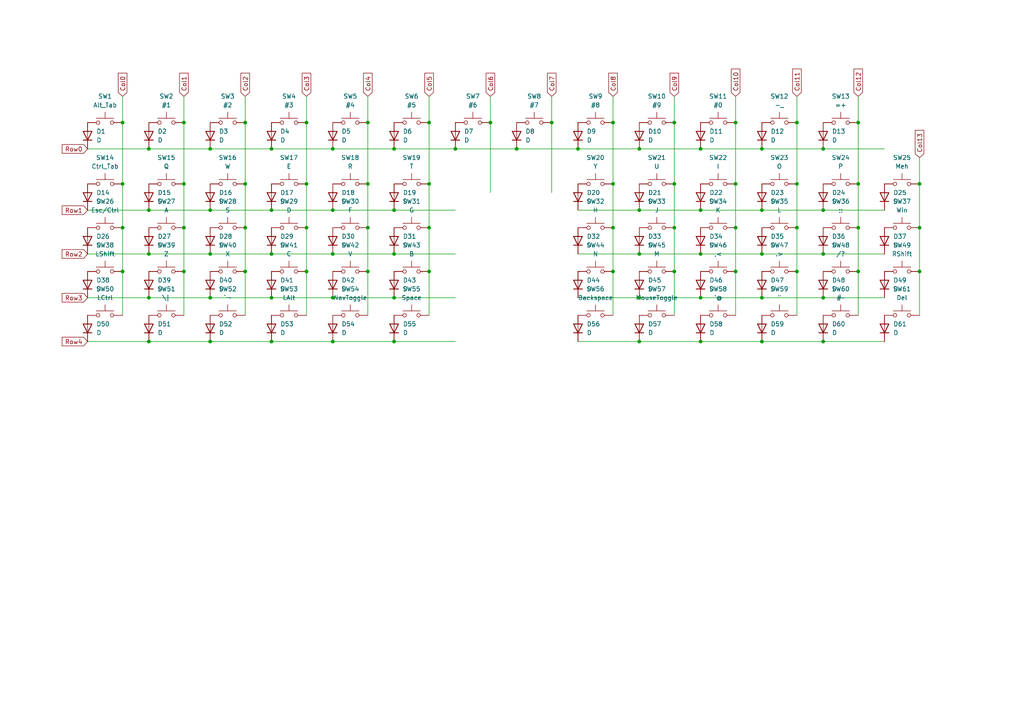
<source format=kicad_sch>
(kicad_sch (version 20211123) (generator eeschema)
  (paper "A4")
  (lib_symbols
    (symbol "Device:D" (pin_numbers hide) (pin_names (offset 1.016) hide)
      (property "Reference" "D" (at 0 2.54 0))
      (property "Value" "D" (at 0 -2.54 0))
      (symbol "D_0_1"
        (polyline (pts (xy -1.27 1.27) (xy -1.27 -1.27)) (stroke (width 0.254)))
        (polyline (pts (xy 1.27 0) (xy -1.27 0)))
        (polyline (pts (xy 1.27 1.27) (xy 1.27 -1.27) (xy -1.27 0) (xy 1.27 1.27)) (stroke (width 0.254)))
      )
      (symbol "D_1_1"
        (pin passive line (at -3.81 0 0) (length 2.54) (name "K") (number "1"))
        (pin passive line (at 3.81 0 180) (length 2.54) (name "A") (number "2"))
      )
    )
    (symbol "Switch:SW_Push" (pin_numbers hide) (pin_names (offset 1.016) hide)
      (property "Reference" "SW" (at 1.27 2.54 0))
      (property "Value" "SW_Push" (at 0 -1.524 0))
      (symbol "SW_Push_0_1"
        (circle (center -2.032 0) (radius 0.508))
        (polyline (pts (xy 0 1.27) (xy 0 3.048)))
        (polyline (pts (xy 2.54 1.27) (xy -2.54 1.27)))
        (circle (center 2.032 0) (radius 0.508))
        (pin passive line (at -5.08 0 0) (length 2.54) (name "1") (number "1"))
        (pin passive line (at 5.08 0 180) (length 2.54) (name "2") (number "2"))
      )
    )
  )
  (junction (at 114.3 99.06))
  (junction (at 60.96 99.06))
  (junction (at 53.34 66.04))
  (junction (at 238.76 60.96))
  (junction (at 220.98 86.36))
  (junction (at 177.8 78.74))
  (junction (at 231.14 78.74))
  (junction (at 124.46 78.74))
  (junction (at 78.74 73.66))
  (junction (at 185.42 99.06))
  (junction (at 88.9 66.04))
  (junction (at 60.96 73.66))
  (junction (at 231.14 66.04))
  (junction (at 177.8 35.56))
  (junction (at 35.56 66.04))
  (junction (at 149.86 43.18))
  (junction (at 71.12 53.34))
  (junction (at 167.64 43.18))
  (junction (at 88.9 35.56))
  (junction (at 114.3 73.66))
  (junction (at 96.52 43.18))
  (junction (at 213.36 78.74))
  (junction (at 220.98 60.96))
  (junction (at 114.3 43.18))
  (junction (at 203.2 99.06))
  (junction (at 238.76 73.66))
  (junction (at 132.08 43.18))
  (junction (at 124.46 66.04))
  (junction (at 195.58 66.04))
  (junction (at 43.18 73.66))
  (junction (at 71.12 66.04))
  (junction (at 124.46 35.56))
  (junction (at 220.98 73.66))
  (junction (at 248.92 78.74))
  (junction (at 60.96 60.96))
  (junction (at 177.8 66.04))
  (junction (at 203.2 86.36))
  (junction (at 60.96 43.18))
  (junction (at 78.74 86.36))
  (junction (at 185.42 73.66))
  (junction (at 96.52 86.36))
  (junction (at 43.18 43.18))
  (junction (at 60.96 86.36))
  (junction (at 248.92 35.56))
  (junction (at 266.7 78.74))
  (junction (at 106.68 66.04))
  (junction (at 231.14 35.56))
  (junction (at 203.2 60.96))
  (junction (at 71.12 35.56))
  (junction (at 185.42 86.36))
  (junction (at 35.56 35.56))
  (junction (at 96.52 60.96))
  (junction (at 78.74 99.06))
  (junction (at 195.58 35.56))
  (junction (at 185.42 60.96))
  (junction (at 78.74 60.96))
  (junction (at 78.74 43.18))
  (junction (at 88.9 53.34))
  (junction (at 160.02 35.56))
  (junction (at 185.42 43.18))
  (junction (at 96.52 99.06))
  (junction (at 35.56 78.74))
  (junction (at 124.46 53.34))
  (junction (at 106.68 78.74))
  (junction (at 213.36 66.04))
  (junction (at 106.68 53.34))
  (junction (at 53.34 35.56))
  (junction (at 88.9 78.74))
  (junction (at 238.76 99.06))
  (junction (at 106.68 35.56))
  (junction (at 248.92 53.34))
  (junction (at 266.7 66.04))
  (junction (at 248.92 66.04))
  (junction (at 213.36 53.34))
  (junction (at 195.58 53.34))
  (junction (at 71.12 78.74))
  (junction (at 35.56 53.34))
  (junction (at 238.76 43.18))
  (junction (at 203.2 73.66))
  (junction (at 177.8 53.34))
  (junction (at 114.3 86.36))
  (junction (at 213.36 35.56))
  (junction (at 203.2 43.18))
  (junction (at 231.14 53.34))
  (junction (at 195.58 78.74))
  (junction (at 266.7 53.34))
  (junction (at 43.18 99.06))
  (junction (at 238.76 86.36))
  (junction (at 142.24 35.56))
  (junction (at 220.98 43.18))
  (junction (at 43.18 86.36))
  (junction (at 96.52 73.66))
  (junction (at 43.18 60.96))
  (junction (at 53.34 53.34))
  (junction (at 220.98 99.06))
  (junction (at 53.34 78.74))
  (junction (at 114.3 60.96))
  (wire (pts (xy 35.56 27.94) (xy 35.56 35.56)))
  (wire (pts (xy 106.68 27.94) (xy 106.68 35.56)))
  (wire (pts (xy 177.8 27.94) (xy 177.8 35.56)))
  (wire (pts (xy 114.3 86.36) (xy 132.08 86.36)))
  (wire (pts (xy 60.96 60.96) (xy 78.74 60.96)))
  (wire (pts (xy 78.74 86.36) (xy 96.52 86.36)))
  (wire (pts (xy 177.8 35.56) (xy 177.8 53.34)))
  (wire (pts (xy 167.64 86.36) (xy 185.42 86.36)))
  (wire (pts (xy 248.92 53.34) (xy 248.92 66.04)))
  (wire (pts (xy 238.76 73.66) (xy 256.54 73.66)))
  (wire (pts (xy 132.08 43.18) (xy 149.86 43.18)))
  (wire (pts (xy 203.2 99.06) (xy 220.98 99.06)))
  (wire (pts (xy 78.74 73.66) (xy 96.52 73.66)))
  (wire (pts (xy 231.14 78.74) (xy 231.14 91.44)))
  (wire (pts (xy 124.46 66.04) (xy 124.46 78.74)))
  (wire (pts (xy 231.14 66.04) (xy 231.14 78.74)))
  (wire (pts (xy 43.18 99.06) (xy 60.96 99.06)))
  (wire (pts (xy 88.9 35.56) (xy 88.9 53.34)))
  (wire (pts (xy 71.12 35.56) (xy 71.12 53.34)))
  (wire (pts (xy 167.64 43.18) (xy 185.42 43.18)))
  (wire (pts (xy 160.02 35.56) (xy 160.02 55.88)))
  (wire (pts (xy 96.52 60.96) (xy 114.3 60.96)))
  (wire (pts (xy 88.9 66.04) (xy 88.9 78.74)))
  (wire (pts (xy 231.14 27.94) (xy 231.14 35.56)))
  (wire (pts (xy 53.34 35.56) (xy 53.34 53.34)))
  (wire (pts (xy 96.52 86.36) (xy 114.3 86.36)))
  (wire (pts (xy 35.56 66.04) (xy 35.56 78.74)))
  (wire (pts (xy 195.58 53.34) (xy 195.58 66.04)))
  (wire (pts (xy 185.42 86.36) (xy 203.2 86.36)))
  (wire (pts (xy 114.3 60.96) (xy 132.08 60.96)))
  (wire (pts (xy 213.36 66.04) (xy 213.36 78.74)))
  (wire (pts (xy 142.24 35.56) (xy 142.24 55.88)))
  (wire (pts (xy 88.9 27.94) (xy 88.9 35.56)))
  (wire (pts (xy 167.64 73.66) (xy 185.42 73.66)))
  (wire (pts (xy 248.92 66.04) (xy 248.92 78.74)))
  (wire (pts (xy 213.36 78.74) (xy 213.36 91.44)))
  (wire (pts (xy 106.68 35.56) (xy 106.68 53.34)))
  (wire (pts (xy 220.98 73.66) (xy 238.76 73.66)))
  (wire (pts (xy 231.14 35.56) (xy 231.14 53.34)))
  (wire (pts (xy 167.64 60.96) (xy 185.42 60.96)))
  (wire (pts (xy 25.4 99.06) (xy 43.18 99.06)))
  (wire (pts (xy 185.42 43.18) (xy 203.2 43.18)))
  (wire (pts (xy 96.52 73.66) (xy 114.3 73.66)))
  (wire (pts (xy 203.2 60.96) (xy 220.98 60.96)))
  (wire (pts (xy 248.92 27.94) (xy 248.92 35.56)))
  (wire (pts (xy 220.98 99.06) (xy 238.76 99.06)))
  (wire (pts (xy 35.56 53.34) (xy 35.56 66.04)))
  (wire (pts (xy 78.74 99.06) (xy 96.52 99.06)))
  (wire (pts (xy 167.64 99.06) (xy 185.42 99.06)))
  (wire (pts (xy 213.36 35.56) (xy 213.36 53.34)))
  (wire (pts (xy 266.7 78.74) (xy 266.7 91.44)))
  (wire (pts (xy 60.96 86.36) (xy 78.74 86.36)))
  (wire (pts (xy 43.18 43.18) (xy 60.96 43.18)))
  (wire (pts (xy 203.2 73.66) (xy 220.98 73.66)))
  (wire (pts (xy 160.02 27.94) (xy 160.02 35.56)))
  (wire (pts (xy 53.34 78.74) (xy 53.34 91.44)))
  (wire (pts (xy 124.46 35.56) (xy 124.46 53.34)))
  (wire (pts (xy 124.46 78.74) (xy 124.46 91.44)))
  (wire (pts (xy 124.46 53.34) (xy 124.46 66.04)))
  (wire (pts (xy 220.98 60.96) (xy 238.76 60.96)))
  (wire (pts (xy 266.7 45.72) (xy 266.7 53.34)))
  (wire (pts (xy 60.96 43.18) (xy 78.74 43.18)))
  (wire (pts (xy 60.96 99.06) (xy 78.74 99.06)))
  (wire (pts (xy 213.36 27.94) (xy 213.36 35.56)))
  (wire (pts (xy 266.7 53.34) (xy 266.7 66.04)))
  (wire (pts (xy 114.3 99.06) (xy 132.08 99.06)))
  (wire (pts (xy 53.34 66.04) (xy 53.34 78.74)))
  (wire (pts (xy 195.58 78.74) (xy 195.58 91.44)))
  (wire (pts (xy 96.52 43.18) (xy 114.3 43.18)))
  (wire (pts (xy 78.74 43.18) (xy 96.52 43.18)))
  (wire (pts (xy 185.42 73.66) (xy 203.2 73.66)))
  (wire (pts (xy 177.8 53.34) (xy 177.8 66.04)))
  (wire (pts (xy 266.7 66.04) (xy 266.7 78.74)))
  (wire (pts (xy 35.56 35.56) (xy 35.56 53.34)))
  (wire (pts (xy 195.58 35.56) (xy 195.58 53.34)))
  (wire (pts (xy 96.52 99.06) (xy 114.3 99.06)))
  (wire (pts (xy 177.8 78.74) (xy 177.8 91.44)))
  (wire (pts (xy 149.86 43.18) (xy 167.64 43.18)))
  (wire (pts (xy 248.92 35.56) (xy 248.92 53.34)))
  (wire (pts (xy 185.42 60.96) (xy 203.2 60.96)))
  (wire (pts (xy 88.9 78.74) (xy 88.9 91.44)))
  (wire (pts (xy 220.98 43.18) (xy 238.76 43.18)))
  (wire (pts (xy 71.12 66.04) (xy 71.12 78.74)))
  (wire (pts (xy 238.76 43.18) (xy 256.54 43.18)))
  (wire (pts (xy 35.56 78.74) (xy 35.56 91.44)))
  (wire (pts (xy 114.3 43.18) (xy 132.08 43.18)))
  (wire (pts (xy 25.4 43.18) (xy 43.18 43.18)))
  (wire (pts (xy 60.96 73.66) (xy 78.74 73.66)))
  (wire (pts (xy 203.2 86.36) (xy 220.98 86.36)))
  (wire (pts (xy 195.58 27.94) (xy 195.58 35.56)))
  (wire (pts (xy 248.92 78.74) (xy 248.92 91.44)))
  (wire (pts (xy 142.24 27.94) (xy 142.24 35.56)))
  (wire (pts (xy 78.74 60.96) (xy 96.52 60.96)))
  (wire (pts (xy 25.4 86.36) (xy 43.18 86.36)))
  (wire (pts (xy 177.8 66.04) (xy 177.8 78.74)))
  (wire (pts (xy 231.14 53.34) (xy 231.14 66.04)))
  (wire (pts (xy 43.18 73.66) (xy 60.96 73.66)))
  (wire (pts (xy 25.4 60.96) (xy 43.18 60.96)))
  (wire (pts (xy 114.3 73.66) (xy 132.08 73.66)))
  (wire (pts (xy 203.2 43.18) (xy 220.98 43.18)))
  (wire (pts (xy 43.18 60.96) (xy 60.96 60.96)))
  (wire (pts (xy 106.68 78.74) (xy 106.68 91.44)))
  (wire (pts (xy 71.12 78.74) (xy 71.12 91.44)))
  (wire (pts (xy 195.58 66.04) (xy 195.58 78.74)))
  (wire (pts (xy 88.9 53.34) (xy 88.9 66.04)))
  (wire (pts (xy 71.12 27.94) (xy 71.12 35.56)))
  (wire (pts (xy 106.68 66.04) (xy 106.68 78.74)))
  (wire (pts (xy 106.68 53.34) (xy 106.68 66.04)))
  (wire (pts (xy 53.34 27.94) (xy 53.34 35.56)))
  (wire (pts (xy 43.18 86.36) (xy 60.96 86.36)))
  (wire (pts (xy 238.76 86.36) (xy 256.54 86.36)))
  (wire (pts (xy 25.4 73.66) (xy 43.18 73.66)))
  (wire (pts (xy 185.42 99.06) (xy 203.2 99.06)))
  (wire (pts (xy 220.98 86.36) (xy 238.76 86.36)))
  (wire (pts (xy 53.34 53.34) (xy 53.34 66.04)))
  (wire (pts (xy 124.46 27.94) (xy 124.46 35.56)))
  (wire (pts (xy 238.76 60.96) (xy 256.54 60.96)))
  (wire (pts (xy 238.76 99.06) (xy 256.54 99.06)))
  (wire (pts (xy 213.36 53.34) (xy 213.36 66.04)))
  (wire (pts (xy 71.12 53.34) (xy 71.12 66.04)))
  (global_label "Row1" (shape input) (at 25.4 60.96 180) (property "Intersheet References" "${INTERSHEET_REFS}" (effects hide)))
  (global_label "Col12" (shape input) (at 248.92 27.94 90) (property "Intersheet References" "${INTERSHEET_REFS}" (effects hide)))
  (global_label "Col3" (shape input) (at 88.9 27.94 90) (property "Intersheet References" "${INTERSHEET_REFS}" (effects hide)))
  (global_label "Col9" (shape input) (at 195.58 27.94 90) (property "Intersheet References" "${INTERSHEET_REFS}" (effects hide)))
  (global_label "Col11" (shape input) (at 231.14 27.94 90) (property "Intersheet References" "${INTERSHEET_REFS}" (effects hide)))
  (global_label "Col6" (shape input) (at 142.24 27.94 90) (property "Intersheet References" "${INTERSHEET_REFS}" (effects hide)))
  (global_label "Col0" (shape input) (at 35.56 27.94 90) (property "Intersheet References" "${INTERSHEET_REFS}" (effects hide)))
  (global_label "Col4" (shape input) (at 106.68 27.94 90) (property "Intersheet References" "${INTERSHEET_REFS}" (effects hide)))
  (global_label "Col2" (shape input) (at 71.12 27.94 90) (property "Intersheet References" "${INTERSHEET_REFS}" (effects hide)))
  (global_label "Col13" (shape input) (at 266.7 45.72 90) (property "Intersheet References" "${INTERSHEET_REFS}" (effects hide)))
  (global_label "Col7" (shape input) (at 160.02 27.94 90) (property "Intersheet References" "${INTERSHEET_REFS}" (effects hide)))
  (global_label "Col10" (shape input) (at 213.36 27.94 90) (property "Intersheet References" "${INTERSHEET_REFS}" (effects hide)))
  (global_label "Row4" (shape input) (at 25.4 99.06 180) (property "Intersheet References" "${INTERSHEET_REFS}" (effects hide)))
  (global_label "Col5" (shape input) (at 124.46 27.94 90) (property "Intersheet References" "${INTERSHEET_REFS}" (effects hide)))
  (global_label "Row0" (shape input) (at 25.4 43.18 180) (property "Intersheet References" "${INTERSHEET_REFS}" (effects hide)))
  (global_label "Row2" (shape input) (at 25.4 73.66 180) (property "Intersheet References" "${INTERSHEET_REFS}" (effects hide)))
  (global_label "Col8" (shape input) (at 177.8 27.94 90) (property "Intersheet References" "${INTERSHEET_REFS}" (effects hide)))
  (global_label "Col1" (shape input) (at 53.34 27.94 90) (property "Intersheet References" "${INTERSHEET_REFS}" (effects hide)))
  (global_label "Row3" (shape input) (at 25.4 86.36 180) (property "Intersheet References" "${INTERSHEET_REFS}" (effects hide)))
  (symbol (lib_id "Switch:SW_Push") (at 208.28 53.34 0) (unit 1)
    (property "Reference" "SW22" (at 208.28 45.72 0))
    (property "Value" "I" (at 208.28 48.26 0))
  )
  (symbol (lib_id "Switch:SW_Push") (at 83.82 66.04 0) (unit 1)
    (property "Reference" "SW29" (at 83.82 58.42 0))
    (property "Value" "D" (at 83.82 60.96 0))
  )
  (symbol (lib_id "Switch:SW_Push") (at 101.6 35.56 0) (unit 1)
    (property "Reference" "SW5" (at 101.6 27.94 0))
    (property "Value" "#4" (at 101.6 30.48 0))
  )
  (symbol (lib_id "Device:D") (at 43.18 82.55 90) (unit 1)
    (property "Reference" "D39" (at 45.72 81.2799 90) (effects (justify right)))
    (property "Value" "D" (at 45.72 83.8199 90) (effects (justify right)))
  )
  (symbol (lib_id "Switch:SW_Push") (at 83.82 91.44 0) (unit 1)
    (property "Reference" "SW53" (at 83.82 83.82 0))
    (property "Value" "LAlt" (at 83.82 86.36 0))
  )
  (symbol (lib_id "Switch:SW_Push") (at 119.38 35.56 0) (unit 1)
    (property "Reference" "SW6" (at 119.38 27.94 0))
    (property "Value" "#5" (at 119.38 30.48 0))
  )
  (symbol (lib_id "Switch:SW_Push") (at 101.6 91.44 0) (unit 1)
    (property "Reference" "SW54" (at 101.6 83.82 0))
    (property "Value" "NavToggle" (at 101.6 86.36 0))
  )
  (symbol (lib_id "Switch:SW_Push") (at 48.26 78.74 0) (unit 1)
    (property "Reference" "SW39" (at 48.26 71.12 0))
    (property "Value" "Z" (at 48.26 73.66 0))
  )
  (symbol (lib_id "Device:D") (at 60.96 95.25 90) (unit 1)
    (property "Reference" "D52" (at 63.5 93.9799 90) (effects (justify right)))
    (property "Value" "D" (at 63.5 96.5199 90) (effects (justify right)))
  )
  (symbol (lib_id "Device:D") (at 96.52 57.15 90) (unit 1)
    (property "Reference" "D18" (at 99.06 55.8799 90) (effects (justify right)))
    (property "Value" "D" (at 99.06 58.4199 90) (effects (justify right)))
  )
  (symbol (lib_id "Device:D") (at 167.64 82.55 90) (unit 1)
    (property "Reference" "D44" (at 170.18 81.2799 90) (effects (justify right)))
    (property "Value" "D" (at 170.18 83.8199 90) (effects (justify right)))
  )
  (symbol (lib_id "Switch:SW_Push") (at 172.72 66.04 0) (unit 1)
    (property "Reference" "SW32" (at 172.72 58.42 0))
    (property "Value" "H" (at 172.72 60.96 0))
  )
  (symbol (lib_id "Device:D") (at 238.76 57.15 90) (unit 1)
    (property "Reference" "D24" (at 241.3 55.8799 90) (effects (justify right)))
    (property "Value" "D" (at 241.3 58.4199 90) (effects (justify right)))
  )
  (symbol (lib_id "Device:D") (at 114.3 69.85 90) (unit 1)
    (property "Reference" "D31" (at 116.84 68.5799 90) (effects (justify right)))
    (property "Value" "D" (at 116.84 71.1199 90) (effects (justify right)))
  )
  (symbol (lib_id "Switch:SW_Push") (at 243.84 53.34 0) (unit 1)
    (property "Reference" "SW24" (at 243.84 45.72 0))
    (property "Value" "P" (at 243.84 48.26 0))
  )
  (symbol (lib_id "Device:D") (at 220.98 95.25 90) (unit 1)
    (property "Reference" "D59" (at 223.52 93.9799 90) (effects (justify right)))
    (property "Value" "D" (at 223.52 96.5199 90) (effects (justify right)))
  )
  (symbol (lib_id "Switch:SW_Push") (at 30.48 66.04 0) (unit 1)
    (property "Reference" "SW26" (at 30.48 58.42 0))
    (property "Value" "Esc/Ctrl" (at 30.48 60.96 0))
  )
  (symbol (lib_id "Switch:SW_Push") (at 226.06 91.44 0) (unit 1)
    (property "Reference" "SW59" (at 226.06 83.82 0))
    (property "Value" "\"" (at 226.06 86.36 0))
  )
  (symbol (lib_id "Device:D") (at 60.96 57.15 90) (unit 1)
    (property "Reference" "D16" (at 63.5 55.8799 90) (effects (justify right)))
    (property "Value" "D" (at 63.5 58.4199 90) (effects (justify right)))
  )
  (symbol (lib_id "Device:D") (at 60.96 82.55 90) (unit 1)
    (property "Reference" "D40" (at 63.5 81.2799 90) (effects (justify right)))
    (property "Value" "D" (at 63.5 83.8199 90) (effects (justify right)))
  )
  (symbol (lib_id "Device:D") (at 167.64 69.85 90) (unit 1)
    (property "Reference" "D32" (at 170.18 68.5799 90) (effects (justify right)))
    (property "Value" "D" (at 170.18 71.1199 90) (effects (justify right)))
  )
  (symbol (lib_id "Device:D") (at 43.18 95.25 90) (unit 1)
    (property "Reference" "D51" (at 45.72 93.9799 90) (effects (justify right)))
    (property "Value" "D" (at 45.72 96.5199 90) (effects (justify right)))
  )
  (symbol (lib_id "Switch:SW_Push") (at 261.62 91.44 0) (unit 1)
    (property "Reference" "SW61" (at 261.62 83.82 0))
    (property "Value" "Del" (at 261.62 86.36 0))
  )
  (symbol (lib_id "Switch:SW_Push") (at 243.84 66.04 0) (unit 1)
    (property "Reference" "SW36" (at 243.84 58.42 0))
    (property "Value" ";:" (at 243.84 60.96 0))
  )
  (symbol (lib_id "Device:D") (at 25.4 82.55 90) (unit 1)
    (property "Reference" "D38" (at 27.94 81.2799 90) (effects (justify right)))
    (property "Value" "D" (at 27.94 83.8199 90) (effects (justify right)))
  )
  (symbol (lib_id "Device:D") (at 78.74 82.55 90) (unit 1)
    (property "Reference" "D41" (at 81.28 81.2799 90) (effects (justify right)))
    (property "Value" "D" (at 81.28 83.8199 90) (effects (justify right)))
  )
  (symbol (lib_id "Device:D") (at 25.4 57.15 90) (unit 1)
    (property "Reference" "D14" (at 27.94 55.8799 90) (effects (justify right)))
    (property "Value" "D" (at 27.94 58.4199 90) (effects (justify right)))
  )
  (symbol (lib_id "Device:D") (at 60.96 69.85 90) (unit 1)
    (property "Reference" "D28" (at 63.5 68.5799 90) (effects (justify right)))
    (property "Value" "D" (at 63.5 71.1199 90) (effects (justify right)))
  )
  (symbol (lib_id "Switch:SW_Push") (at 226.06 53.34 0) (unit 1)
    (property "Reference" "SW23" (at 226.06 45.72 0))
    (property "Value" "O" (at 226.06 48.26 0))
  )
  (symbol (lib_id "Device:D") (at 238.76 95.25 90) (unit 1)
    (property "Reference" "D60" (at 241.3 93.9799 90) (effects (justify right)))
    (property "Value" "D" (at 241.3 96.5199 90) (effects (justify right)))
  )
  (symbol (lib_id "Switch:SW_Push") (at 30.48 78.74 0) (unit 1)
    (property "Reference" "SW38" (at 30.48 71.12 0))
    (property "Value" "LShift" (at 30.48 73.66 0))
  )
  (symbol (lib_id "Device:D") (at 60.96 39.37 90) (unit 1)
    (property "Reference" "D3" (at 63.5 38.0999 90) (effects (justify right)))
    (property "Value" "D" (at 63.5 40.6399 90) (effects (justify right)))
  )
  (symbol (lib_id "Device:D") (at 43.18 69.85 90) (unit 1)
    (property "Reference" "D27" (at 45.72 68.5799 90) (effects (justify right)))
    (property "Value" "D" (at 45.72 71.1199 90) (effects (justify right)))
  )
  (symbol (lib_id "Device:D") (at 185.42 39.37 90) (unit 1)
    (property "Reference" "D10" (at 187.96 38.0999 90) (effects (justify right)))
    (property "Value" "D" (at 187.96 40.6399 90) (effects (justify right)))
  )
  (symbol (lib_id "Switch:SW_Push") (at 190.5 53.34 0) (unit 1)
    (property "Reference" "SW21" (at 190.5 45.72 0))
    (property "Value" "U" (at 190.5 48.26 0))
  )
  (symbol (lib_id "Device:D") (at 149.86 39.37 90) (unit 1)
    (property "Reference" "D8" (at 152.4 38.0999 90) (effects (justify right)))
    (property "Value" "D" (at 152.4 40.6399 90) (effects (justify right)))
  )
  (symbol (lib_id "Switch:SW_Push") (at 172.72 35.56 0) (unit 1)
    (property "Reference" "SW9" (at 172.72 27.94 0))
    (property "Value" "#8" (at 172.72 30.48 0))
  )
  (symbol (lib_id "Switch:SW_Push") (at 30.48 91.44 0) (unit 1)
    (property "Reference" "SW50" (at 30.48 83.82 0))
    (property "Value" "LCtrl" (at 30.48 86.36 0))
  )
  (symbol (lib_id "Device:D") (at 220.98 39.37 90) (unit 1)
    (property "Reference" "D12" (at 223.52 38.0999 90) (effects (justify right)))
    (property "Value" "D" (at 223.52 40.6399 90) (effects (justify right)))
  )
  (symbol (lib_id "Device:D") (at 220.98 82.55 90) (unit 1)
    (property "Reference" "D47" (at 223.52 81.2799 90) (effects (justify right)))
    (property "Value" "D" (at 223.52 83.8199 90) (effects (justify right)))
  )
  (symbol (lib_id "Device:D") (at 256.54 82.55 90) (unit 1)
    (property "Reference" "D49" (at 259.08 81.2799 90) (effects (justify right)))
    (property "Value" "D" (at 259.08 83.8199 90) (effects (justify right)))
  )
  (symbol (lib_id "Device:D") (at 238.76 69.85 90) (unit 1)
    (property "Reference" "D36" (at 241.3 68.5799 90) (effects (justify right)))
    (property "Value" "D" (at 241.3 71.1199 90) (effects (justify right)))
  )
  (symbol (lib_id "Switch:SW_Push") (at 66.04 35.56 0) (unit 1)
    (property "Reference" "SW3" (at 66.04 27.94 0))
    (property "Value" "#2" (at 66.04 30.48 0))
  )
  (symbol (lib_id "Switch:SW_Push") (at 48.26 53.34 0) (unit 1)
    (property "Reference" "SW15" (at 48.26 45.72 0))
    (property "Value" "Q" (at 48.26 48.26 0))
  )
  (symbol (lib_id "Device:D") (at 114.3 57.15 90) (unit 1)
    (property "Reference" "D19" (at 116.84 55.8799 90) (effects (justify right)))
    (property "Value" "D" (at 116.84 58.4199 90) (effects (justify right)))
  )
  (symbol (lib_id "Switch:SW_Push") (at 190.5 78.74 0) (unit 1)
    (property "Reference" "SW45" (at 190.5 71.12 0))
    (property "Value" "M" (at 190.5 73.66 0))
  )
  (symbol (lib_id "Switch:SW_Push") (at 101.6 66.04 0) (unit 1)
    (property "Reference" "SW30" (at 101.6 58.42 0))
    (property "Value" "F" (at 101.6 60.96 0))
  )
  (symbol (lib_id "Switch:SW_Push") (at 137.16 35.56 0) (unit 1)
    (property "Reference" "SW7" (at 137.16 27.94 0))
    (property "Value" "#6" (at 137.16 30.48 0))
  )
  (symbol (lib_id "Switch:SW_Push") (at 48.26 91.44 0) (unit 1)
    (property "Reference" "SW51" (at 48.26 83.82 0))
    (property "Value" "\\|" (at 48.26 86.36 0))
  )
  (symbol (lib_id "Device:D") (at 185.42 95.25 90) (unit 1)
    (property "Reference" "D57" (at 187.96 93.9799 90) (effects (justify right)))
    (property "Value" "D" (at 187.96 96.5199 90) (effects (justify right)))
  )
  (symbol (lib_id "Switch:SW_Push") (at 101.6 78.74 0) (unit 1)
    (property "Reference" "SW42" (at 101.6 71.12 0))
    (property "Value" "V" (at 101.6 73.66 0))
  )
  (symbol (lib_id "Device:D") (at 78.74 95.25 90) (unit 1)
    (property "Reference" "D53" (at 81.28 93.9799 90) (effects (justify right)))
    (property "Value" "D" (at 81.28 96.5199 90) (effects (justify right)))
  )
  (symbol (lib_id "Switch:SW_Push") (at 66.04 53.34 0) (unit 1)
    (property "Reference" "SW16" (at 66.04 45.72 0))
    (property "Value" "W" (at 66.04 48.26 0))
  )
  (symbol (lib_id "Device:D") (at 203.2 69.85 90) (unit 1)
    (property "Reference" "D34" (at 205.74 68.5799 90) (effects (justify right)))
    (property "Value" "D" (at 205.74 71.1199 90) (effects (justify right)))
  )
  (symbol (lib_id "Device:D") (at 256.54 69.85 90) (unit 1)
    (property "Reference" "D37" (at 259.08 68.5799 90) (effects (justify right)))
    (property "Value" "D" (at 259.08 71.1199 90) (effects (justify right)))
  )
  (symbol (lib_id "Device:D") (at 185.42 82.55 90) (unit 1)
    (property "Reference" "D45" (at 187.96 81.2799 90) (effects (justify right)))
    (property "Value" "D" (at 187.96 83.8199 90) (effects (justify right)))
  )
  (symbol (lib_id "Switch:SW_Push") (at 261.62 53.34 0) (unit 1)
    (property "Reference" "SW25" (at 261.62 45.72 0))
    (property "Value" "Meh" (at 261.62 48.26 0))
  )
  (symbol (lib_id "Switch:SW_Push") (at 83.82 53.34 0) (unit 1)
    (property "Reference" "SW17" (at 83.82 45.72 0))
    (property "Value" "E" (at 83.82 48.26 0))
  )
  (symbol (lib_id "Switch:SW_Push") (at 190.5 91.44 0) (unit 1)
    (property "Reference" "SW57" (at 190.5 83.82 0))
    (property "Value" "MouseToggle" (at 190.5 86.36 0))
  )
  (symbol (lib_id "Switch:SW_Push") (at 119.38 78.74 0) (unit 1)
    (property "Reference" "SW43" (at 119.38 71.12 0))
    (property "Value" "B" (at 119.38 73.66 0))
  )
  (symbol (lib_id "Device:D") (at 78.74 57.15 90) (unit 1)
    (property "Reference" "D17" (at 81.28 55.8799 90) (effects (justify right)))
    (property "Value" "D" (at 81.28 58.4199 90) (effects (justify right)))
  )
  (symbol (lib_id "Device:D") (at 203.2 95.25 90) (unit 1)
    (property "Reference" "D58" (at 205.74 93.9799 90) (effects (justify right)))
    (property "Value" "D" (at 205.74 96.5199 90) (effects (justify right)))
  )
  (symbol (lib_id "Switch:SW_Push") (at 172.72 78.74 0) (unit 1)
    (property "Reference" "SW44" (at 172.72 71.12 0))
    (property "Value" "N" (at 172.72 73.66 0))
  )
  (symbol (lib_id "Device:D") (at 132.08 39.37 90) (unit 1)
    (property "Reference" "D7" (at 134.62 38.0999 90) (effects (justify right)))
    (property "Value" "D" (at 134.62 40.6399 90) (effects (justify right)))
  )
  (symbol (lib_id "Switch:SW_Push") (at 226.06 35.56 0) (unit 1)
    (property "Reference" "SW12" (at 226.06 27.94 0))
    (property "Value" "-_" (at 226.06 30.48 0))
  )
  (symbol (lib_id "Switch:SW_Push") (at 119.38 66.04 0) (unit 1)
    (property "Reference" "SW31" (at 119.38 58.42 0))
    (property "Value" "G" (at 119.38 60.96 0))
  )
  (symbol (lib_id "Switch:SW_Push") (at 208.28 78.74 0) (unit 1)
    (property "Reference" "SW46" (at 208.28 71.12 0))
    (property "Value" ",<" (at 208.28 73.66 0))
  )
  (symbol (lib_id "Device:D") (at 96.52 95.25 90) (unit 1)
    (property "Reference" "D54" (at 99.06 93.9799 90) (effects (justify right)))
    (property "Value" "D" (at 99.06 96.5199 90) (effects (justify right)))
  )
  (symbol (lib_id "Device:D") (at 78.74 39.37 90) (unit 1)
    (property "Reference" "D4" (at 81.28 38.0999 90) (effects (justify right)))
    (property "Value" "D" (at 81.28 40.6399 90) (effects (justify right)))
  )
  (symbol (lib_id "Device:D") (at 256.54 95.25 90) (unit 1)
    (property "Reference" "D61" (at 259.08 93.9799 90) (effects (justify right)))
    (property "Value" "D" (at 259.08 96.5199 90) (effects (justify right)))
  )
  (symbol (lib_id "Switch:SW_Push") (at 119.38 53.34 0) (unit 1)
    (property "Reference" "SW19" (at 119.38 45.72 0))
    (property "Value" "T" (at 119.38 48.26 0))
  )
  (symbol (lib_id "Switch:SW_Push") (at 154.94 35.56 0) (unit 1)
    (property "Reference" "SW8" (at 154.94 27.94 0))
    (property "Value" "#7" (at 154.94 30.48 0))
  )
  (symbol (lib_id "Switch:SW_Push") (at 83.82 78.74 0) (unit 1)
    (property "Reference" "SW41" (at 83.82 71.12 0))
    (property "Value" "C" (at 83.82 73.66 0))
  )
  (symbol (lib_id "Device:D") (at 238.76 82.55 90) (unit 1)
    (property "Reference" "D48" (at 241.3 81.2799 90) (effects (justify right)))
    (property "Value" "D" (at 241.3 83.8199 90) (effects (justify right)))
  )
  (symbol (lib_id "Switch:SW_Push") (at 30.48 53.34 0) (unit 1)
    (property "Reference" "SW14" (at 30.48 45.72 0))
    (property "Value" "Ctrl_Tab" (at 30.48 48.26 0))
  )
  (symbol (lib_id "Switch:SW_Push") (at 83.82 35.56 0) (unit 1)
    (property "Reference" "SW4" (at 83.82 27.94 0))
    (property "Value" "#3" (at 83.82 30.48 0))
  )
  (symbol (lib_id "Device:D") (at 256.54 57.15 90) (unit 1)
    (property "Reference" "D25" (at 259.08 55.8799 90) (effects (justify right)))
    (property "Value" "D" (at 259.08 58.4199 90) (effects (justify right)))
  )
  (symbol (lib_id "Switch:SW_Push") (at 243.84 91.44 0) (unit 1)
    (property "Reference" "SW60" (at 243.84 83.82 0))
    (property "Value" "#~" (at 243.84 86.36 0))
  )
  (symbol (lib_id "Device:D") (at 220.98 57.15 90) (unit 1)
    (property "Reference" "D23" (at 223.52 55.8799 90) (effects (justify right)))
    (property "Value" "D" (at 223.52 58.4199 90) (effects (justify right)))
  )
  (symbol (lib_id "Switch:SW_Push") (at 208.28 91.44 0) (unit 1)
    (property "Reference" "SW58" (at 208.28 83.82 0))
    (property "Value" "'@" (at 208.28 86.36 0))
  )
  (symbol (lib_id "Device:D") (at 203.2 39.37 90) (unit 1)
    (property "Reference" "D11" (at 205.74 38.0999 90) (effects (justify right)))
    (property "Value" "D" (at 205.74 40.6399 90) (effects (justify right)))
  )
  (symbol (lib_id "Device:D") (at 43.18 39.37 90) (unit 1)
    (property "Reference" "D2" (at 45.72 38.0999 90) (effects (justify right)))
    (property "Value" "D" (at 45.72 40.6399 90) (effects (justify right)))
  )
  (symbol (lib_id "Switch:SW_Push") (at 226.06 66.04 0) (unit 1)
    (property "Reference" "SW35" (at 226.06 58.42 0))
    (property "Value" "L" (at 226.06 60.96 0))
  )
  (symbol (lib_id "Device:D") (at 220.98 69.85 90) (unit 1)
    (property "Reference" "D35" (at 223.52 68.5799 90) (effects (justify right)))
    (property "Value" "D" (at 223.52 71.1199 90) (effects (justify right)))
  )
  (symbol (lib_id "Switch:SW_Push") (at 66.04 78.74 0) (unit 1)
    (property "Reference" "SW40" (at 66.04 71.12 0))
    (property "Value" "X" (at 66.04 73.66 0))
  )
  (symbol (lib_id "Switch:SW_Push") (at 243.84 78.74 0) (unit 1)
    (property "Reference" "SW48" (at 243.84 71.12 0))
    (property "Value" "/?" (at 243.84 73.66 0))
  )
  (symbol (lib_id "Switch:SW_Push") (at 66.04 91.44 0) (unit 1)
    (property "Reference" "SW52" (at 66.04 83.82 0))
    (property "Value" "`¬" (at 66.04 86.36 0))
  )
  (symbol (lib_id "Device:D") (at 114.3 82.55 90) (unit 1)
    (property "Reference" "D43" (at 116.84 81.2799 90) (effects (justify right)))
    (property "Value" "D" (at 116.84 83.8199 90) (effects (justify right)))
  )
  (symbol (lib_id "Device:D") (at 43.18 57.15 90) (unit 1)
    (property "Reference" "D15" (at 45.72 55.8799 90) (effects (justify right)))
    (property "Value" "D" (at 45.72 58.4199 90) (effects (justify right)))
  )
  (symbol (lib_id "Switch:SW_Push") (at 172.72 91.44 0) (unit 1)
    (property "Reference" "SW56" (at 172.72 83.82 0))
    (property "Value" "Backspace" (at 172.72 86.36 0))
  )
  (symbol (lib_id "Device:D") (at 167.64 95.25 90) (unit 1)
    (property "Reference" "D56" (at 170.18 93.9799 90) (effects (justify right)))
    (property "Value" "D" (at 170.18 96.5199 90) (effects (justify right)))
  )
  (symbol (lib_id "Device:D") (at 96.52 39.37 90) (unit 1)
    (property "Reference" "D5" (at 99.06 38.0999 90) (effects (justify right)))
    (property "Value" "D" (at 99.06 40.6399 90) (effects (justify right)))
  )
  (symbol (lib_id "Switch:SW_Push") (at 48.26 35.56 0) (unit 1)
    (property "Reference" "SW2" (at 48.26 27.94 0))
    (property "Value" "#1" (at 48.26 30.48 0))
  )
  (symbol (lib_id "Switch:SW_Push") (at 226.06 78.74 0) (unit 1)
    (property "Reference" "SW47" (at 226.06 71.12 0))
    (property "Value" ".>" (at 226.06 73.66 0))
  )
  (symbol (lib_id "Switch:SW_Push") (at 172.72 53.34 0) (unit 1)
    (property "Reference" "SW20" (at 172.72 45.72 0))
    (property "Value" "Y" (at 172.72 48.26 0))
  )
  (symbol (lib_id "Switch:SW_Push") (at 190.5 35.56 0) (unit 1)
    (property "Reference" "SW10" (at 190.5 27.94 0))
    (property "Value" "#9" (at 190.5 30.48 0))
  )
  (symbol (lib_id "Device:D") (at 96.52 69.85 90) (unit 1)
    (property "Reference" "D30" (at 99.06 68.5799 90) (effects (justify right)))
    (property "Value" "D" (at 99.06 71.1199 90) (effects (justify right)))
  )
  (symbol (lib_id "Device:D") (at 25.4 95.25 90) (unit 1)
    (property "Reference" "D50" (at 27.94 93.9799 90) (effects (justify right)))
    (property "Value" "D" (at 27.94 96.5199 90) (effects (justify right)))
  )
  (symbol (lib_id "Device:D") (at 96.52 82.55 90) (unit 1)
    (property "Reference" "D42" (at 99.06 81.2799 90) (effects (justify right)))
    (property "Value" "D" (at 99.06 83.8199 90) (effects (justify right)))
  )
  (symbol (lib_id "Switch:SW_Push") (at 30.48 35.56 0) (unit 1)
    (property "Reference" "SW1" (at 30.48 27.94 0))
    (property "Value" "Alt_Tab" (at 30.48 30.48 0))
  )
  (symbol (lib_id "Device:D") (at 114.3 95.25 90) (unit 1)
    (property "Reference" "D55" (at 116.84 93.9799 90) (effects (justify right)))
    (property "Value" "D" (at 116.84 96.5199 90) (effects (justify right)))
  )
  (symbol (lib_id "Switch:SW_Push") (at 261.62 78.74 0) (unit 1)
    (property "Reference" "SW49" (at 261.62 71.12 0))
    (property "Value" "RShift" (at 261.62 73.66 0))
  )
  (symbol (lib_id "Switch:SW_Push") (at 66.04 66.04 0) (unit 1)
    (property "Reference" "SW28" (at 66.04 58.42 0))
    (property "Value" "S" (at 66.04 60.96 0))
  )
  (symbol (lib_id "Switch:SW_Push") (at 261.62 66.04 0) (unit 1)
    (property "Reference" "SW37" (at 261.62 58.42 0))
    (property "Value" "Win" (at 261.62 60.96 0))
  )
  (symbol (lib_id "Device:D") (at 25.4 69.85 90) (unit 1)
    (property "Reference" "D26" (at 27.94 68.5799 90) (effects (justify right)))
    (property "Value" "D" (at 27.94 71.1199 90) (effects (justify right)))
  )
  (symbol (lib_id "Switch:SW_Push") (at 190.5 66.04 0) (unit 1)
    (property "Reference" "SW33" (at 190.5 58.42 0))
    (property "Value" "J" (at 190.5 60.96 0))
  )
  (symbol (lib_id "Switch:SW_Push") (at 208.28 66.04 0) (unit 1)
    (property "Reference" "SW34" (at 208.28 58.42 0))
    (property "Value" "K" (at 208.28 60.96 0))
  )
  (symbol (lib_id "Device:D") (at 25.4 39.37 90) (unit 1)
    (property "Reference" "D1" (at 27.94 38.0999 90) (effects (justify right)))
    (property "Value" "D" (at 27.94 40.6399 90) (effects (justify right)))
  )
  (symbol (lib_id "Device:D") (at 238.76 39.37 90) (unit 1)
    (property "Reference" "D13" (at 241.3 38.0999 90) (effects (justify right)))
    (property "Value" "D" (at 241.3 40.6399 90) (effects (justify right)))
  )
  (symbol (lib_id "Device:D") (at 167.64 39.37 90) (unit 1)
    (property "Reference" "D9" (at 170.18 38.0999 90) (effects (justify right)))
    (property "Value" "D" (at 170.18 40.6399 90) (effects (justify right)))
  )
  (symbol (lib_id "Device:D") (at 203.2 82.55 90) (unit 1)
    (property "Reference" "D46" (at 205.74 81.2799 90) (effects (justify right)))
    (property "Value" "D" (at 205.74 83.8199 90) (effects (justify right)))
  )
  (symbol (lib_id "Device:D") (at 114.3 39.37 90) (unit 1)
    (property "Reference" "D6" (at 116.84 38.0999 90) (effects (justify right)))
    (property "Value" "D" (at 116.84 40.6399 90) (effects (justify right)))
  )
  (symbol (lib_id "Device:D") (at 203.2 57.15 90) (unit 1)
    (property "Reference" "D22" (at 205.74 55.8799 90) (effects (justify right)))
    (property "Value" "D" (at 205.74 58.4199 90) (effects (justify right)))
  )
  (symbol (lib_id "Device:D") (at 78.74 69.85 90) (unit 1)
    (property "Reference" "D29" (at 81.28 68.5799 90) (effects (justify right)))
    (property "Value" "D" (at 81.28 71.1199 90) (effects (justify right)))
  )
  (symbol (lib_id "Switch:SW_Push") (at 119.38 91.44 0) (unit 1)
    (property "Reference" "SW55" (at 119.38 83.82 0))
    (property "Value" "Space" (at 119.38 86.36 0))
  )
  (symbol (lib_id "Switch:SW_Push") (at 243.84 35.56 0) (unit 1)
    (property "Reference" "SW13" (at 243.84 27.94 0))
    (property "Value" "=+" (at 243.84 30.48 0))
  )
  (symbol (lib_id "Device:D") (at 185.42 57.15 90) (unit 1)
    (property "Reference" "D21" (at 187.96 55.8799 90) (effects (justify right)))
    (property "Value" "D" (at 187.96 58.4199 90) (effects (justify right)))
  )
  (symbol (lib_id "Device:D") (at 185.42 69.85 90) (unit 1)
    (property "Reference" "D33" (at 187.96 68.5799 90) (effects (justify right)))
    (property "Value" "D" (at 187.96 71.1199 90) (effects (justify right)))
  )
  (symbol (lib_id "Switch:SW_Push") (at 208.28 35.56 0) (unit 1)
    (property "Reference" "SW11" (at 208.28 27.94 0))
    (property "Value" "#0" (at 208.28 30.48 0))
  )
  (symbol (lib_id "Switch:SW_Push") (at 101.6 53.34 0) (unit 1)
    (property "Reference" "SW18" (at 101.6 45.72 0))
    (property "Value" "R" (at 101.6 48.26 0))
  )
  (symbol (lib_id "Switch:SW_Push") (at 48.26 66.04 0) (unit 1)
    (property "Reference" "SW27" (at 48.26 58.42 0))
    (property "Value" "A" (at 48.26 60.96 0))
  )
  (symbol (lib_id "Device:D") (at 167.64 57.15 90) (unit 1)
    (property "Reference" "D20" (at 170.18 55.8799 90) (effects (justify right)))
    (property "Value" "D" (at 170.18 58.4199 90) (effects (justify right)))
  )
)
</source>
